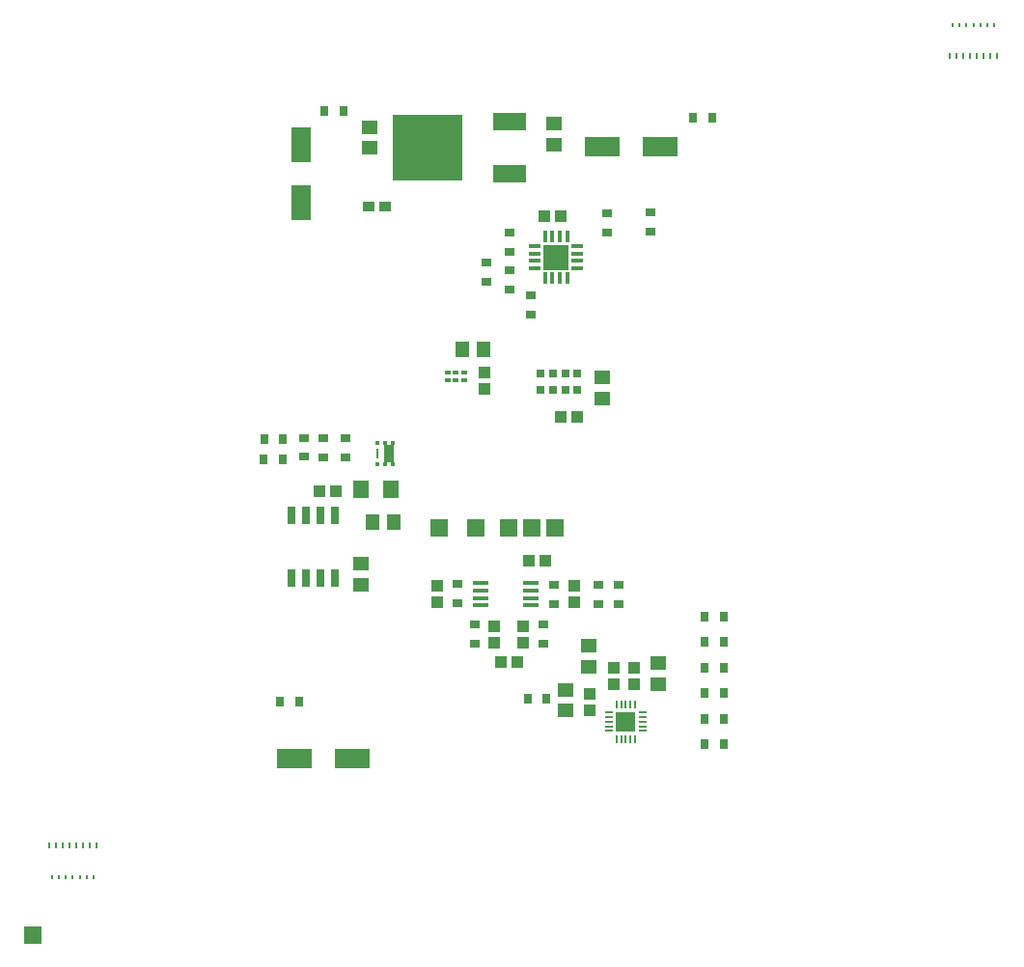
<source format=gbr>
%TF.GenerationSoftware,Altium Limited,Altium Designer,23.9.2 (47)*%
G04 Layer_Color=8421504*
%FSLAX25Y25*%
%MOIN*%
%TF.SameCoordinates,F944BC78-FABB-4A85-9D96-7E9E55BFA98D*%
%TF.FilePolarity,Positive*%
%TF.FileFunction,Paste,Top*%
%TF.Part,Single*%
G01*
G75*
%TA.AperFunction,SMDPad,CuDef*%
%ADD10R,0.02756X0.03543*%
G04:AMPARAMS|DCode=11|XSize=9.06mil|YSize=13.39mil|CornerRadius=0.91mil|HoleSize=0mil|Usage=FLASHONLY|Rotation=180.000|XOffset=0mil|YOffset=0mil|HoleType=Round|Shape=RoundedRectangle|*
%AMROUNDEDRECTD11*
21,1,0.00906,0.01158,0,0,180.0*
21,1,0.00724,0.01339,0,0,180.0*
1,1,0.00181,-0.00362,0.00579*
1,1,0.00181,0.00362,0.00579*
1,1,0.00181,0.00362,-0.00579*
1,1,0.00181,-0.00362,-0.00579*
%
%ADD11ROUNDEDRECTD11*%
G04:AMPARAMS|DCode=12|XSize=9.06mil|YSize=17.32mil|CornerRadius=0.91mil|HoleSize=0mil|Usage=FLASHONLY|Rotation=180.000|XOffset=0mil|YOffset=0mil|HoleType=Round|Shape=RoundedRectangle|*
%AMROUNDEDRECTD12*
21,1,0.00906,0.01551,0,0,180.0*
21,1,0.00724,0.01732,0,0,180.0*
1,1,0.00181,-0.00362,0.00776*
1,1,0.00181,0.00362,0.00776*
1,1,0.00181,0.00362,-0.00776*
1,1,0.00181,-0.00362,-0.00776*
%
%ADD12ROUNDEDRECTD12*%
%ADD13R,0.05906X0.05906*%
%ADD14R,0.03543X0.02756*%
%ADD15R,0.03937X0.03937*%
%ADD16R,0.02559X0.06016*%
%ADD17R,0.05315X0.06496*%
%ADD18R,0.01181X0.01378*%
%ADD19R,0.03740X0.05906*%
%ADD20R,0.00925X0.03425*%
%ADD21R,0.05118X0.05709*%
%ADD22R,0.12402X0.07087*%
%ADD23R,0.05709X0.05118*%
%ADD24R,0.02854X0.02756*%
%ADD25R,0.03937X0.03937*%
%ADD26R,0.03898X0.03701*%
%ADD27R,0.07087X0.12402*%
%ADD28R,0.11811X0.06299*%
%ADD29R,0.24410X0.22835*%
%ADD30R,0.04134X0.01378*%
%ADD31R,0.01378X0.04134*%
%ADD32R,0.08898X0.08898*%
%ADD33R,0.07087X0.07087*%
%ADD34R,0.00787X0.03150*%
%ADD35R,0.03150X0.00787*%
%ADD36R,0.05610X0.01772*%
%ADD37R,0.05906X0.05906*%
%ADD38R,0.01968X0.01575*%
D10*
X29662Y-65748D02*
D03*
X23151D02*
D03*
X-67823Y23622D02*
D03*
X-61311D02*
D03*
X-61417Y16929D02*
D03*
X-67929D02*
D03*
X80315Y134646D02*
D03*
X86827D02*
D03*
X-62205Y-66929D02*
D03*
X-55693D02*
D03*
X90854Y-37402D02*
D03*
X84342D02*
D03*
Y-46260D02*
D03*
X90854D02*
D03*
X84342Y-55118D02*
D03*
X90854D02*
D03*
Y-63976D02*
D03*
X84342D02*
D03*
Y-72835D02*
D03*
X90854D02*
D03*
X84342Y-81693D02*
D03*
X90854D02*
D03*
X-46957Y137008D02*
D03*
X-40445D02*
D03*
D11*
X170079Y166850D02*
D03*
X172441D02*
D03*
X174803D02*
D03*
X177165D02*
D03*
X179527D02*
D03*
X181890D02*
D03*
X184252D02*
D03*
X-140945Y-127480D02*
D03*
X-138583D02*
D03*
X-136221D02*
D03*
X-133858D02*
D03*
X-131496D02*
D03*
X-129134D02*
D03*
X-126772D02*
D03*
D12*
X168898Y155984D02*
D03*
X171260D02*
D03*
X173622D02*
D03*
X175984D02*
D03*
X178347D02*
D03*
X180709D02*
D03*
X183071D02*
D03*
X185433D02*
D03*
X-142126Y-116614D02*
D03*
X-139764D02*
D03*
X-137402D02*
D03*
X-135039D02*
D03*
X-132677D02*
D03*
X-130315D02*
D03*
X-127953D02*
D03*
X-125591D02*
D03*
D13*
X-147638Y-147638D02*
D03*
D14*
X54724Y-26665D02*
D03*
Y-33177D02*
D03*
X47638Y-33177D02*
D03*
Y-26665D02*
D03*
X-39764Y24122D02*
D03*
Y17610D02*
D03*
X-47244Y24122D02*
D03*
Y17610D02*
D03*
X-53937Y17717D02*
D03*
Y24228D02*
D03*
X28607Y-46884D02*
D03*
Y-40372D02*
D03*
X32480Y-26584D02*
D03*
Y-33095D02*
D03*
X-984Y-32792D02*
D03*
Y-26281D02*
D03*
X4905Y-46884D02*
D03*
Y-40372D02*
D03*
X50787Y101681D02*
D03*
Y95169D02*
D03*
X16929Y88476D02*
D03*
Y94988D02*
D03*
X24409Y66932D02*
D03*
Y73444D02*
D03*
X9055Y84646D02*
D03*
Y78134D02*
D03*
X65748Y101969D02*
D03*
Y95457D02*
D03*
X16929Y81996D02*
D03*
Y75484D02*
D03*
D15*
X-48819Y5906D02*
D03*
X-43095D02*
D03*
X40264Y31593D02*
D03*
X34539D02*
D03*
X19594Y-53279D02*
D03*
X13870D02*
D03*
X23622Y-18110D02*
D03*
X29346D02*
D03*
X29028Y100787D02*
D03*
X34752D02*
D03*
D16*
X-43287Y-2713D02*
D03*
X-48287D02*
D03*
X-53287D02*
D03*
X-58287D02*
D03*
Y-24059D02*
D03*
X-53287D02*
D03*
X-48287D02*
D03*
X-43287D02*
D03*
D17*
X-34350Y6299D02*
D03*
X-23917D02*
D03*
D18*
X-23425Y22539D02*
D03*
X-25984D02*
D03*
X-28543D02*
D03*
Y15256D02*
D03*
X-25984D02*
D03*
X-23425D02*
D03*
D19*
X-24705Y18898D02*
D03*
D20*
X-28614D02*
D03*
D21*
X-30421Y-4724D02*
D03*
X-23122D02*
D03*
X7980Y54803D02*
D03*
X681D02*
D03*
D22*
X-57284Y-86614D02*
D03*
X-37205D02*
D03*
X68898Y124803D02*
D03*
X48819D02*
D03*
D23*
X-31509Y124303D02*
D03*
Y131602D02*
D03*
X48819Y44988D02*
D03*
Y37689D02*
D03*
X-34252Y-19185D02*
D03*
Y-26484D02*
D03*
X36435Y-62729D02*
D03*
Y-70029D02*
D03*
X44291Y-54831D02*
D03*
Y-47532D02*
D03*
X68174Y-60736D02*
D03*
Y-53437D02*
D03*
X32283Y132890D02*
D03*
Y125591D02*
D03*
D24*
X27756Y46457D02*
D03*
X31988D02*
D03*
X36220D02*
D03*
X40453D02*
D03*
Y40945D02*
D03*
X36220D02*
D03*
X31988D02*
D03*
X27756D02*
D03*
D25*
X44570Y-69791D02*
D03*
Y-64067D02*
D03*
X60039Y-55209D02*
D03*
Y-60933D02*
D03*
X52889Y-55209D02*
D03*
Y-60933D02*
D03*
X8268Y46839D02*
D03*
Y41114D02*
D03*
X11811Y-40766D02*
D03*
Y-46490D02*
D03*
X21654Y-40766D02*
D03*
Y-46490D02*
D03*
X39434Y-32702D02*
D03*
Y-26977D02*
D03*
X-7891Y-32702D02*
D03*
Y-26977D02*
D03*
D26*
X-25984Y103956D02*
D03*
X-31772D02*
D03*
D27*
X-55118Y105315D02*
D03*
Y125394D02*
D03*
D28*
X16858Y133405D02*
D03*
Y115413D02*
D03*
D29*
X-11409Y124409D02*
D03*
D30*
X25787Y90453D02*
D03*
Y87894D02*
D03*
Y85335D02*
D03*
Y82776D02*
D03*
X40354D02*
D03*
Y85335D02*
D03*
Y87894D02*
D03*
Y90453D02*
D03*
D31*
X29232Y79331D02*
D03*
X31791D02*
D03*
X34350D02*
D03*
X36909D02*
D03*
Y93898D02*
D03*
X34350D02*
D03*
X31791D02*
D03*
X29232D02*
D03*
D32*
X33071Y86614D02*
D03*
D33*
X57087Y-73819D02*
D03*
D34*
X53937Y-67913D02*
D03*
X55512D02*
D03*
X57087D02*
D03*
X58661D02*
D03*
X60236D02*
D03*
Y-79724D02*
D03*
X58661D02*
D03*
X57087D02*
D03*
X55512D02*
D03*
X53937D02*
D03*
D35*
X62992Y-70669D02*
D03*
Y-72244D02*
D03*
Y-73819D02*
D03*
Y-75394D02*
D03*
Y-76968D02*
D03*
X51181D02*
D03*
Y-75394D02*
D03*
Y-73819D02*
D03*
Y-72244D02*
D03*
Y-70669D02*
D03*
D36*
X7039Y-26001D02*
D03*
Y-28560D02*
D03*
Y-31119D02*
D03*
Y-33678D02*
D03*
X24457D02*
D03*
Y-31119D02*
D03*
Y-28560D02*
D03*
Y-26001D02*
D03*
D37*
X16755Y-6890D02*
D03*
X32503D02*
D03*
X24629D02*
D03*
X5315D02*
D03*
X-7283D02*
D03*
D38*
X-4429Y46732D02*
D03*
X-1575D02*
D03*
X1280D02*
D03*
Y43976D02*
D03*
X-1575D02*
D03*
X-4429D02*
D03*
%TF.MD5,683d622d3df86bb2e8ff5ef1b064b5fd*%
M02*

</source>
